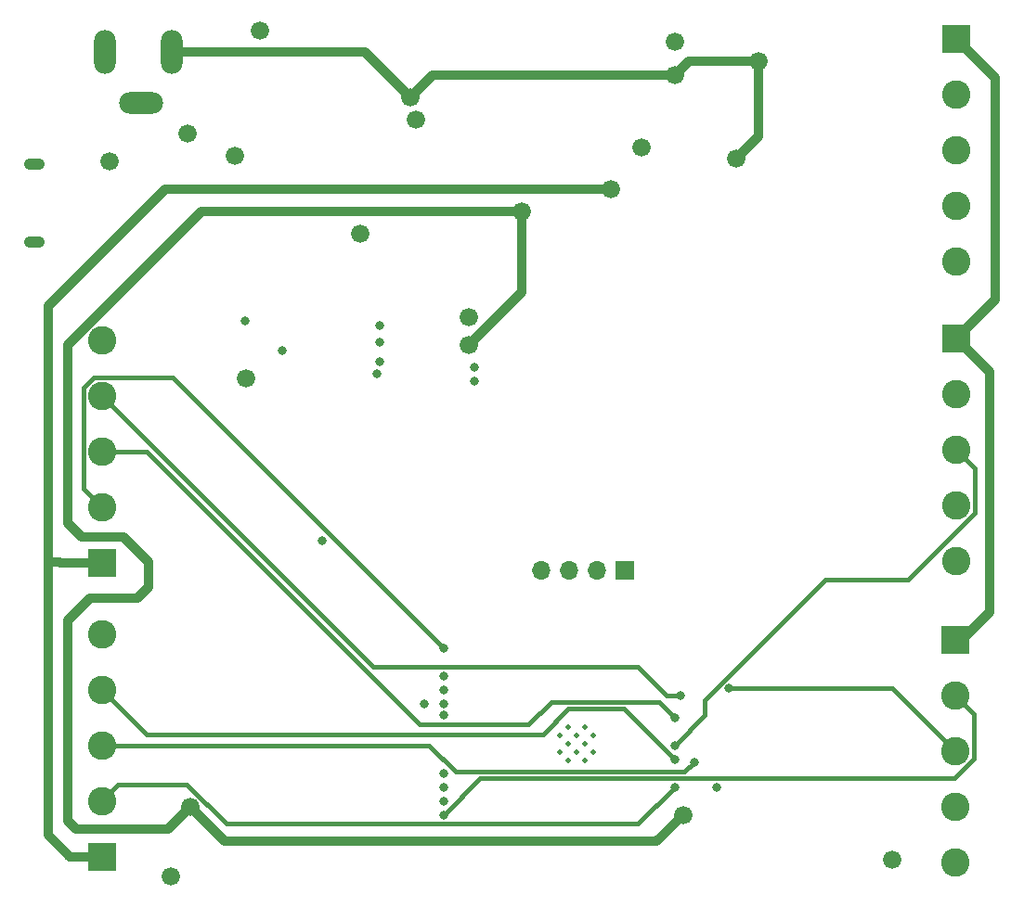
<source format=gbl>
G04 #@! TF.GenerationSoftware,KiCad,Pcbnew,(6.0.10)*
G04 #@! TF.CreationDate,2023-06-25T11:42:12-04:00*
G04 #@! TF.ProjectId,sd2_node_board,7364325f-6e6f-4646-955f-626f6172642e,rev?*
G04 #@! TF.SameCoordinates,Original*
G04 #@! TF.FileFunction,Copper,L4,Bot*
G04 #@! TF.FilePolarity,Positive*
%FSLAX46Y46*%
G04 Gerber Fmt 4.6, Leading zero omitted, Abs format (unit mm)*
G04 Created by KiCad (PCBNEW (6.0.10)) date 2023-06-25 11:42:12*
%MOMM*%
%LPD*%
G01*
G04 APERTURE LIST*
G04 #@! TA.AperFunction,ComponentPad*
%ADD10O,1.900000X1.050000*%
G04 #@! TD*
G04 #@! TA.AperFunction,ComponentPad*
%ADD11O,2.000000X4.000000*%
G04 #@! TD*
G04 #@! TA.AperFunction,ComponentPad*
%ADD12O,4.000000X2.000000*%
G04 #@! TD*
G04 #@! TA.AperFunction,ComponentPad*
%ADD13R,1.700000X1.700000*%
G04 #@! TD*
G04 #@! TA.AperFunction,ComponentPad*
%ADD14O,1.700000X1.700000*%
G04 #@! TD*
G04 #@! TA.AperFunction,ComponentPad*
%ADD15R,2.600000X2.600000*%
G04 #@! TD*
G04 #@! TA.AperFunction,ComponentPad*
%ADD16C,2.600000*%
G04 #@! TD*
G04 #@! TA.AperFunction,HeatsinkPad*
%ADD17C,0.475000*%
G04 #@! TD*
G04 #@! TA.AperFunction,ViaPad*
%ADD18C,0.800000*%
G04 #@! TD*
G04 #@! TA.AperFunction,ViaPad*
%ADD19C,1.676400*%
G04 #@! TD*
G04 #@! TA.AperFunction,Conductor*
%ADD20C,0.838200*%
G04 #@! TD*
G04 #@! TA.AperFunction,Conductor*
%ADD21C,0.381000*%
G04 #@! TD*
G04 APERTURE END LIST*
D10*
X88716000Y-84055000D03*
X88716000Y-91205000D03*
D11*
X101237500Y-73872000D03*
D12*
X98437500Y-78472000D03*
D11*
X95137500Y-73872000D03*
D13*
X142484000Y-121158000D03*
D14*
X139944000Y-121158000D03*
X137404000Y-121158000D03*
X134864000Y-121158000D03*
D15*
X172669000Y-127508000D03*
D16*
X172669000Y-132588000D03*
X172669000Y-137668000D03*
X172669000Y-142748000D03*
X172669000Y-147828000D03*
D15*
X172731000Y-100004000D03*
D16*
X172731000Y-105084000D03*
X172731000Y-110164000D03*
X172731000Y-115244000D03*
X172731000Y-120324000D03*
D15*
X172710000Y-72644000D03*
D16*
X172710000Y-77724000D03*
X172710000Y-82804000D03*
X172710000Y-87884000D03*
X172710000Y-92964000D03*
D15*
X94823500Y-147299000D03*
D16*
X94823500Y-142219000D03*
X94823500Y-137139000D03*
X94823500Y-132059000D03*
X94823500Y-126979000D03*
D17*
X139671500Y-136215000D03*
X137384000Y-136977500D03*
X138909000Y-135452500D03*
X138146500Y-136215000D03*
X138909000Y-136977500D03*
X137384000Y-135452500D03*
X137384000Y-138502500D03*
X139671500Y-137740000D03*
X138146500Y-137740000D03*
X136621500Y-137740000D03*
X138909000Y-138502500D03*
X136621500Y-136215000D03*
D15*
X94837500Y-120492000D03*
D16*
X94837500Y-115412000D03*
X94837500Y-110332000D03*
X94837500Y-105252000D03*
X94837500Y-100172000D03*
D18*
X120142000Y-102108000D03*
D19*
X102616000Y-81280000D03*
D18*
X120142000Y-100330000D03*
D19*
X166878000Y-147574000D03*
X95504000Y-83820000D03*
X109220000Y-71882000D03*
X106934000Y-83312000D03*
X118364000Y-90424000D03*
X123444000Y-80010000D03*
X128270000Y-98044000D03*
X144018000Y-82550000D03*
X147066000Y-72898000D03*
X101092000Y-149098000D03*
X107950000Y-103632000D03*
D18*
X107899200Y-98399600D03*
X119913400Y-103200200D03*
D19*
X122936000Y-77978000D03*
X147066000Y-75946000D03*
X154686000Y-74676000D03*
X152654000Y-83566000D03*
X102870000Y-142748000D03*
X147828000Y-143510000D03*
X128270000Y-100584000D03*
X133096000Y-88392000D03*
X141224000Y-86360000D03*
D18*
X147066000Y-140970000D03*
X148844000Y-138684000D03*
X147066000Y-138430000D03*
X125984000Y-142240000D03*
X147066000Y-137160000D03*
X124206000Y-133350000D03*
X125984000Y-134366000D03*
X125984000Y-133350000D03*
X125984000Y-128270000D03*
X147066000Y-134620000D03*
X147599400Y-132613400D03*
X125984000Y-143510000D03*
X152044400Y-131902200D03*
X114884200Y-118465600D03*
X150876000Y-140995400D03*
X125984000Y-130810000D03*
X128778000Y-102616000D03*
X128778000Y-103886000D03*
X125984000Y-132080000D03*
X120142000Y-98806000D03*
X125984000Y-139700000D03*
X125984000Y-140970000D03*
X111252000Y-101092000D03*
D20*
X148336000Y-74676000D02*
X147066000Y-75946000D01*
X118830000Y-73872000D02*
X122936000Y-77978000D01*
X101237500Y-73872000D02*
X118830000Y-73872000D01*
X124968000Y-75946000D02*
X122936000Y-77978000D01*
X154686000Y-74676000D02*
X154686000Y-81534000D01*
X154686000Y-81534000D02*
X152654000Y-83566000D01*
X154686000Y-74676000D02*
X148336000Y-74676000D01*
X147066000Y-75946000D02*
X124968000Y-75946000D01*
X106017900Y-145895900D02*
X102870000Y-142748000D01*
X128270000Y-100584000D02*
X133096000Y-95758000D01*
X98044000Y-123698000D02*
X99060000Y-122682000D01*
X93726000Y-123698000D02*
X98044000Y-123698000D01*
X99060000Y-120396000D02*
X96774000Y-118110000D01*
X91694000Y-144018000D02*
X91694000Y-125730000D01*
X91694000Y-125730000D02*
X93726000Y-123698000D01*
X92964000Y-118110000D02*
X91694000Y-116840000D01*
X103903482Y-88392000D02*
X133096000Y-88392000D01*
X91694000Y-100601482D02*
X103903482Y-88392000D01*
X99060000Y-122682000D02*
X99060000Y-120396000D01*
X100838000Y-144780000D02*
X92456000Y-144780000D01*
X91694000Y-116840000D02*
X91694000Y-100601482D01*
X102870000Y-142748000D02*
X100838000Y-144780000D01*
X96774000Y-118110000D02*
X92964000Y-118110000D01*
X147828000Y-143510000D02*
X145442100Y-145895900D01*
X133096000Y-95758000D02*
X133096000Y-88392000D01*
X145442100Y-145895900D02*
X106017900Y-145895900D01*
X92456000Y-144780000D02*
X91694000Y-144018000D01*
X175768000Y-124968000D02*
X175768000Y-103041000D01*
X173228000Y-127508000D02*
X175768000Y-124968000D01*
X175768000Y-103041000D02*
X172731000Y-100004000D01*
X176276000Y-76210000D02*
X172710000Y-72644000D01*
X94837500Y-120492000D02*
X91028000Y-120492000D01*
X89916000Y-120396000D02*
X89916000Y-145288000D01*
X91028000Y-120492000D02*
X90932000Y-120396000D01*
X89916000Y-118872000D02*
X89916000Y-120396000D01*
X172731000Y-100004000D02*
X176276000Y-96459000D01*
X89916000Y-145288000D02*
X91927000Y-147299000D01*
X176276000Y-96459000D02*
X176276000Y-76210000D01*
X172669000Y-127508000D02*
X173228000Y-127508000D01*
X89916000Y-97028000D02*
X100584000Y-86360000D01*
X100584000Y-86360000D02*
X105935482Y-86360000D01*
X91927000Y-147299000D02*
X94823500Y-147299000D01*
X90932000Y-120396000D02*
X89916000Y-120396000D01*
X105935482Y-86360000D02*
X141224000Y-86360000D01*
X89916000Y-118872000D02*
X89916000Y-97028000D01*
D21*
X143735500Y-144300500D02*
X106160145Y-144300500D01*
X147066000Y-140970000D02*
X143735500Y-144300500D01*
X96326500Y-140716000D02*
X94823500Y-142219000D01*
X106160145Y-144300500D02*
X102575645Y-140716000D01*
X102575645Y-140716000D02*
X96326500Y-140716000D01*
X147950000Y-139578000D02*
X127132000Y-139578000D01*
X148844000Y-138684000D02*
X147950000Y-139578000D01*
X127132000Y-139578000D02*
X124693000Y-137139000D01*
X124693000Y-137139000D02*
X94823500Y-137139000D01*
X98908500Y-136144000D02*
X135056000Y-136144000D01*
X135056000Y-136144000D02*
X137400000Y-133800000D01*
X137400000Y-133800000D02*
X142436000Y-133800000D01*
X94823500Y-132059000D02*
X98908500Y-136144000D01*
X142436000Y-133800000D02*
X147066000Y-138430000D01*
X174421500Y-115944229D02*
X174421500Y-111854500D01*
X147066000Y-137160000D02*
X149809200Y-134416800D01*
X160814164Y-122014500D02*
X168351229Y-122014500D01*
X149809200Y-133019464D02*
X160814164Y-122014500D01*
X168351229Y-122014500D02*
X174421500Y-115944229D01*
X174421500Y-111854500D02*
X172731000Y-110164000D01*
X149809200Y-134416800D02*
X149809200Y-133019464D01*
X93147000Y-113721500D02*
X94837500Y-115412000D01*
X94098100Y-103561500D02*
X93147000Y-104512600D01*
X101275500Y-103561500D02*
X94098100Y-103561500D01*
X125984000Y-128270000D02*
X115963700Y-118249700D01*
X115963700Y-118249700D02*
X115519200Y-117805200D01*
X93147000Y-104512600D02*
X93147000Y-113721500D01*
X115519200Y-117805200D02*
X101275500Y-103561500D01*
X135800000Y-133200000D02*
X145646000Y-133200000D01*
X133745000Y-135255000D02*
X135800000Y-133200000D01*
X145646000Y-133200000D02*
X147066000Y-134620000D01*
X94837500Y-110332000D02*
X98927229Y-110332000D01*
X123850229Y-135255000D02*
X133745000Y-135255000D01*
X98927229Y-110332000D02*
X123850229Y-135255000D01*
X143735500Y-130019500D02*
X119605000Y-130019500D01*
X147599400Y-132613400D02*
X146329400Y-132613400D01*
X146329400Y-132613400D02*
X143735500Y-130019500D01*
X119605000Y-130019500D02*
X94837500Y-105252000D01*
X174359500Y-134278500D02*
X174359500Y-138368229D01*
X172669000Y-132588000D02*
X174359500Y-134278500D01*
X129335000Y-140159000D02*
X125984000Y-143510000D01*
X174359500Y-138368229D02*
X172568729Y-140159000D01*
X172568729Y-140159000D02*
X129335000Y-140159000D01*
X152044400Y-131902200D02*
X166903200Y-131902200D01*
X166903200Y-131902200D02*
X172669000Y-137668000D01*
M02*

</source>
